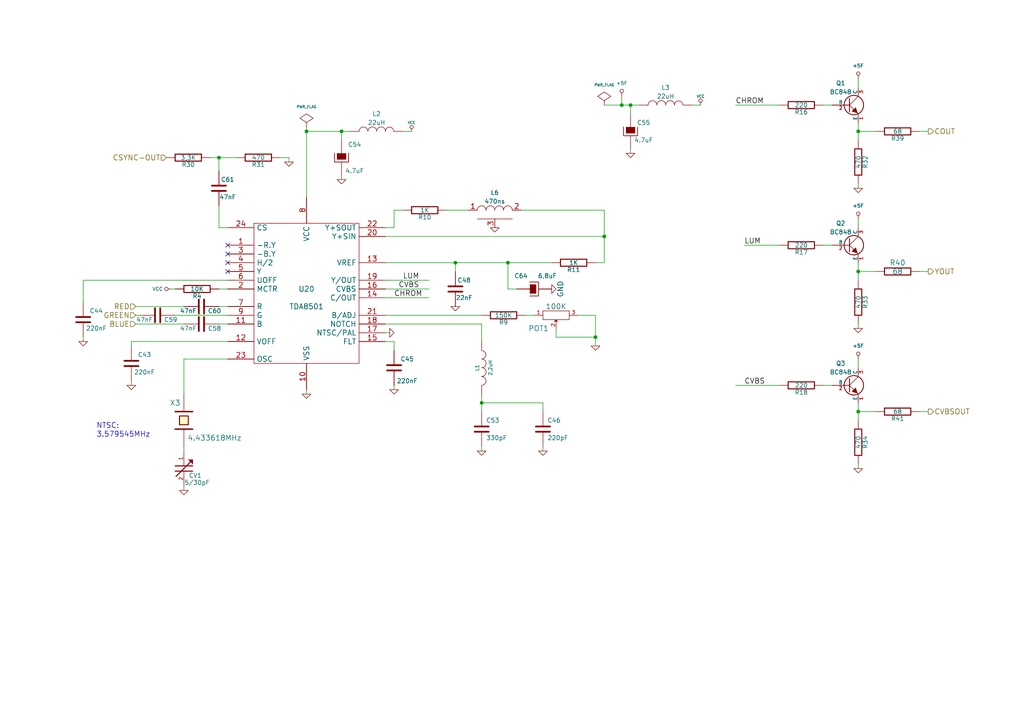
<source format=kicad_sch>
(kicad_sch (version 20200310) (host eeschema "(5.99.0-1545-g9916f24fa)")
  (page "A4")
  (title_block (title "Video") (date "Sun 22 Mar 2015") (rev "2.0B") (company "Kicad EDA"))
  (lib_symbols
    (symbol "video_schlib:+5F" (power) (pin_names (offset 0))
      (property "Value" "+5F" (at 0 2.54 0))
      (symbol "+5F_0_1"
        (circle (center 0 1.524) (radius 0.508))
        (polyline (pts (xy 0 0) (xy 0 1.016) (xy 0 1.016)))
      )
      (symbol "+5F_0_0"
        (pin power_in line (at 0 0 90) (length 0) (name "+5F") (number "1") hide)
      )
    )
    (symbol "video_schlib:C" (pin_numbers hide) (pin_names (offset 0.254))
      (property "Reference" "C" (at 0 2.54 0))
      (property "Value" "C" (at 0.1524 -2.159 0))
      (symbol "C_0_1"
        (polyline (pts (xy -2.032 -0.762) (xy 2.032 -0.762)) (stroke (width 0.508)))
        (polyline (pts (xy -2.032 0.762) (xy 2.032 0.762)) (stroke (width 0.508)))
      )
      (symbol "C_1_1"
        (pin passive line (at 0 5.08 270) (length 4.318) (name "~") (number "1"))
        (pin passive line (at 0 -5.08 90) (length 4.318) (name "~") (number "2"))
      )
    )
    (symbol "video_schlib:CP" (pin_numbers hide) (pin_names (offset 0.254) hide)
      (property "Reference" "C" (at 1.27 2.54 0))
      (property "Value" "CP" (at 1.27 -2.54 0))
      (symbol "CP_0_1"
        (polyline (pts (xy -2.032 1.27) (xy -2.032 -1.27) (xy 2.032 -1.27) (xy 2.032 1.27)) (stroke (width 0.2032)))
        (polyline (pts (xy -1.27 1.27) (xy -1.27 -0.508) (xy 1.27 -0.508) (xy 1.27 1.27)) (fill (type outline)))
      )
      (symbol "CP_1_1"
        (pin passive line (at 0 5.08 270) (length 3.81) (name "~") (number "1"))
        (pin passive line (at 0 -5.08 90) (length 3.81) (name "~") (number "2"))
      )
    )
    (symbol "video_schlib:CRYSTAL" (pin_numbers hide) (pin_names hide)
      (property "Reference" "X" (at 0 3.81 0))
      (property "Value" "CRYSTAL" (at 0 -3.81 0))
      (symbol "CRYSTAL_0_1"
        (polyline (pts (xy -2.54 2.54) (xy -2.54 -2.54)) (stroke (width 0.4064)))
        (polyline (pts (xy 2.54 2.54) (xy 2.54 -2.54)) (stroke (width 0.4064)))
        (polyline (pts (xy -1.27 1.27) (xy 1.27 1.27) (xy 1.27 -1.27) (xy -1.27 -1.27) (xy -1.27 1.27)) (stroke (width 0.3048)) (fill (type background)))
      )
      (symbol "CRYSTAL_1_1"
        (pin passive line (at -7.62 0 0) (length 5.08) (name "1") (number "1"))
        (pin passive line (at 7.62 0 180) (length 5.08) (name "2") (number "2"))
      )
    )
    (symbol "video_schlib:CTRIM" (pin_names (offset 0.254))
      (property "Reference" "C" (at 3.302 -2.032 0))
      (property "Value" "CTRIM" (at 3.81 -4.064 0))
      (symbol "CTRIM_0_1"
        (polyline (pts (xy -2.54 -0.762) (xy 2.54 -0.762)) (stroke (width 0.3048)))
        (polyline (pts (xy -2.54 0.762) (xy 2.54 0.762)) (stroke (width 0.3048)))
        (polyline (pts (xy -2.286 -2.286) (xy 1.905 1.905)) (stroke (width 0.3048)))
        (polyline (pts (xy 1.27 2.54) (xy 2.54 2.54) (xy 2.54 1.27)) (fill (type outline)))
      )
      (symbol "CTRIM_1_1"
        (pin passive line (at 0 5.08 270) (length 4.318) (name "~") (number "1"))
        (pin passive line (at 0 -5.08 90) (length 4.318) (name "~") (number "2"))
      )
    )
    (symbol "video_schlib:GND" (power) (pin_names (offset 0))
      (symbol "GND_0_1"
        (polyline (pts (xy -1.27 0) (xy 0 -1.27) (xy 1.27 0) (xy -1.27 0)))
      )
      (symbol "GND_1_1"
        (pin power_in line (at 0 0 90) (length 0) (name "GND") (number "1") hide)
      )
    )
    (symbol "video_schlib:INDUCTOR" (pin_numbers hide) (pin_names hide)
      (property "Reference" "L" (at -1.27 0 90))
      (property "Value" "INDUCTOR" (at 2.54 0 90))
      (symbol "INDUCTOR_0_1"
        (arc (start 0.0254 -5.0546) (end 0.0254 -2.54) (radius (at 0 -3.81) (length 1.27) (angles -88.9 88.9)))
        (arc (start 0.0254 -2.5146) (end 0.0254 0.0508) (radius (at 0 -1.2446) (length 1.2954) (angles -88.9 88.9)))
        (arc (start 0.0254 0.0254) (end 0.0254 2.5908) (radius (at 0 1.2954) (length 1.2954) (angles -88.9 88.9)))
        (arc (start 0.0254 2.5654) (end 0.0254 4.9784) (radius (at 0 3.7592) (length 1.2192) (angles -88.9 88.9)))
      )
      (symbol "INDUCTOR_1_1"
        (pin passive line (at 0 7.62 270) (length 2.54) (name "1") (number "1"))
        (pin passive line (at 0 -7.62 90) (length 2.54) (name "2") (number "2"))
      )
    )
    (symbol "video_schlib:LIGNE_A_RETARD" (pin_names hide)
      (property "Reference" "L" (at 0 2.54 0))
      (property "Value" "LIGNE_A_RETARD" (at 0 -2.54 0))
      (symbol "LIGNE_A_RETARD_0_1"
        (arc (start 0 -2.54) (end 1.27 -3.81) (radius (at 0 -3.81) (length 1.27) (angles 89.9 0.1)))
        (arc (start 1.27 -3.81) (end 0 -5.0546) (radius (at 0 -3.81) (length 1.27) (angles -0.1 -89.9)))
        (arc (start 0 0) (end 1.27 -1.27) (radius (at 0 -1.27) (length 1.27) (angles 89.9 0.1)))
        (arc (start 1.27 -1.27) (end 0 -2.5146) (radius (at 0 -1.27) (length 1.27) (angles -0.1 -89.9)))
        (arc (start 0 2.54) (end 1.27 1.27) (radius (at 0 1.27) (length 1.27) (angles 89.9 0.1)))
        (arc (start 1.27 1.27) (end 0 0.0254) (radius (at 0 1.27) (length 1.27) (angles -0.1 -89.9)))
        (arc (start 0 5.08) (end 1.27 3.81) (radius (at 0 3.81) (length 1.27) (angles 89.9 0.1)))
        (arc (start 1.27 3.81) (end 0 2.5654) (radius (at 0 3.81) (length 1.27) (angles -0.1 -89.9)))
        (polyline (pts (xy -2.54 5.08) (xy -2.54 -5.08)))
      )
      (symbol "LIGNE_A_RETARD_1_1"
        (pin passive line (at 0 7.62 270) (length 2.54) (name "1") (number "1"))
        (pin passive line (at 0 -7.62 90) (length 2.54) (name "2") (number "2"))
        (pin input line (at -5.08 0 0) (length 2.54) (name "COMMUN") (number "3"))
      )
    )
    (symbol "video_schlib:NPN" (pin_names (offset 0))
      (property "Reference" "Q" (at 0 -3.81 0))
      (property "Value" "NPN" (at 0 3.81 0))
      (symbol "NPN_0_1"
        (circle (center 1.27 0) (radius 2.8194) (stroke (width 0.254)))
        (polyline (pts (xy 0 0) (xy 2.54 2.54)))
        (polyline (pts (xy 0 1.905) (xy 0 -1.905) (xy 0 -1.905)) (stroke (width 0.254)))
        (polyline (pts (xy 1.27 -1.27) (xy 0 0) (xy 0 0)))
        (polyline (pts (xy 2.286 -2.286) (xy 2.54 -2.54) (xy 2.54 -2.54)))
        (polyline (pts (xy 2.286 -2.286) (xy 1.778 -0.762) (xy 0.762 -1.778) (xy 2.286 -2.286) (xy 2.286 -2.286)) (fill (type outline)))
      )
      (symbol "NPN_1_1"
        (pin passive line (at 2.54 -5.08 90) (length 2.54) (name "E") (number "1"))
        (pin input line (at -5.08 0 0) (length 5.08) (name "B") (number "2"))
        (pin passive line (at 2.54 5.08 270) (length 2.54) (name "C") (number "3"))
      )
    )
    (symbol "video_schlib:POT" (pin_names hide)
      (property "Reference" "RV" (at 0 -2.54 0))
      (property "Value" "POT" (at 0 0 0))
      (symbol "POT_0_1"
        (rectangle (start -3.81 1.27) (end 3.81 -1.27))
        (polyline (pts (xy 0 1.27) (xy -0.508 1.778) (xy 0.508 1.778)) (fill (type outline)))
      )
      (symbol "POT_1_1"
        (pin passive line (at -6.35 0 0) (length 2.54) (name "1") (number "1"))
        (pin passive line (at 0 3.81 270) (length 2.032) (name "2") (number "2"))
        (pin passive line (at 6.35 0 180) (length 2.54) (name "3") (number "3"))
      )
    )
    (symbol "video_schlib:PWR_FLAG" (power) (pin_numbers hide) (pin_names (offset 0) hide)
      (property "Value" "PWR_FLAG" (at 0 4.572 0))
      (symbol "PWR_FLAG_0_1"
        (polyline (pts (xy 0 0) (xy 0 1.27) (xy -1.905 2.54) (xy 0 3.81) (xy 1.905 2.54) (xy 0 1.27)))
      )
      (symbol "PWR_FLAG_0_0"
        (pin power_out line (at 0 0 90) (length 0) (name "pwr") (number "1"))
      )
    )
    (symbol "video_schlib:R" (pin_numbers hide) (pin_names (offset 0))
      (property "Reference" "R" (at 2.032 0 90))
      (property "Value" "R" (at 0.1778 0.0254 90))
      (symbol "R_0_1"
        (rectangle (start -1.016 3.81) (end 1.016 -3.81) (stroke (width 0.3048)))
      )
      (symbol "R_1_1"
        (pin passive line (at 0 6.35 270) (length 2.54) (name "~") (number "1"))
        (pin passive line (at 0 -6.35 90) (length 2.54) (name "~") (number "2"))
      )
    )
    (symbol "video_schlib:TDA8501" (pin_names (offset 0.762))
      (property "Reference" "U" (at 8.89 24.13 0))
      (property "Value" "TDA8501" (at 8.89 -21.59 0))
      (symbol "TDA8501_0_1"
        (rectangle (start -15.24 21.59) (end 15.24 -19.05))
      )
      (symbol "TDA8501_1_1"
        (pin input line (at -22.86 15.24 0) (length 7.62) (name "-R.Y") (number "1"))
        (pin input line (at 0 -26.67 90) (length 7.62) (name "VSS") (number "10"))
        (pin input line (at -22.86 -7.62 0) (length 7.62) (name "B") (number "11"))
        (pin output line (at -22.86 -12.7 0) (length 7.62) (name "VOFF") (number "12"))
        (pin output line (at 22.86 10.16 180) (length 7.62) (name "VREF") (number "13"))
        (pin output line (at 22.86 0 180) (length 7.62) (name "C/OUT") (number "14"))
        (pin passive line (at 22.86 -12.7 180) (length 7.62) (name "FLT") (number "15"))
        (pin output line (at 22.86 2.54 180) (length 7.62) (name "CVBS") (number "16"))
        (pin input line (at 22.86 -10.16 180) (length 7.62) (name "NTSC/PAL") (number "17"))
        (pin input line (at 22.86 -7.62 180) (length 7.62) (name "NOTCH") (number "18"))
        (pin output line (at 22.86 5.08 180) (length 7.62) (name "Y/OUT") (number "19"))
        (pin input line (at -22.86 2.54 0) (length 7.62) (name "MCTR") (number "2"))
        (pin input line (at 22.86 17.78 180) (length 7.62) (name "Y+SIN") (number "20"))
        (pin passive line (at 22.86 -5.08 180) (length 7.62) (name "B/ADJ") (number "21"))
        (pin output line (at 22.86 20.32 180) (length 7.62) (name "Y+SOUT") (number "22"))
        (pin output line (at -22.86 -17.78 0) (length 7.62) (name "OSC") (number "23"))
        (pin input line (at -22.86 20.32 0) (length 7.62) (name "CS") (number "24"))
        (pin input line (at -22.86 12.7 0) (length 7.62) (name "-B.Y") (number "3"))
        (pin bidirectional line (at -22.86 10.16 0) (length 7.62) (name "H/2") (number "4"))
        (pin input line (at -22.86 7.62 0) (length 7.62) (name "Y") (number "5"))
        (pin output line (at -22.86 5.08 0) (length 7.62) (name "UOFF") (number "6"))
        (pin input line (at -22.86 -2.54 0) (length 7.62) (name "R") (number "7"))
        (pin input line (at 0 29.21 270) (length 7.62) (name "VCC") (number "8"))
        (pin input line (at -22.86 -5.08 0) (length 7.62) (name "G") (number "9"))
      )
    )
    (symbol "video_schlib:VCC" (power) (pin_names (offset 0))
      (property "Value" "VCC" (at 0 2.54 0))
      (symbol "VCC_0_1"
        (circle (center 0 1.27) (radius 0.508))
        (polyline (pts (xy 0 0) (xy 0 0.762) (xy 0 0.762)))
      )
      (symbol "VCC_0_0"
        (pin power_in line (at 0 0 90) (length 0) (name "VCC") (number "1") hide)
      )
    )
  )
  (junction (at 147.32 76.2))
  (junction (at 248.92 38.1))
  (junction (at 139.7 116.84))
  (junction (at 248.92 78.74))
  (junction (at 88.9 38.1))
  (junction (at 180.34 30.48))
  (junction (at 132.08 76.2))
  (junction (at 182.88 30.48))
  (junction (at 175.26 68.58))
  (junction (at 248.92 119.38))
  (junction (at 63.5 45.72))
  (junction (at 172.72 97.79))
  (junction (at 99.06 38.1))
  (no_connect (at 66.04 78.74))
  (no_connect (at 66.04 73.66))
  (no_connect (at 66.04 76.2))
  (no_connect (at 66.04 71.12))
  (wire (pts (xy 24.13 81.28) (xy 24.13 87.63)))
  (wire (pts (xy 24.13 99.06) (xy 24.13 97.79)))
  (wire (pts (xy 38.1 99.06) (xy 66.04 99.06)))
  (wire (pts (xy 38.1 100.33) (xy 38.1 99.06)))
  (wire (pts (xy 38.1 111.76) (xy 38.1 110.49)))
  (wire (pts (xy 40.64 91.44) (xy 39.37 91.44)))
  (wire (pts (xy 49.53 83.82) (xy 50.8 83.82)))
  (wire (pts (xy 53.34 88.9) (xy 39.37 88.9)))
  (wire (pts (xy 53.34 93.98) (xy 39.37 93.98)))
  (wire (pts (xy 53.34 104.14) (xy 53.34 114.3)))
  (wire (pts (xy 53.34 130.81) (xy 53.34 129.54)))
  (wire (pts (xy 53.34 142.24) (xy 53.34 140.97)))
  (wire (pts (xy 60.96 45.72) (xy 63.5 45.72)))
  (wire (pts (xy 63.5 45.72) (xy 63.5 49.53)))
  (wire (pts (xy 63.5 45.72) (xy 68.58 45.72)))
  (wire (pts (xy 63.5 59.69) (xy 63.5 66.04)))
  (wire (pts (xy 63.5 66.04) (xy 66.04 66.04)))
  (wire (pts (xy 63.5 83.82) (xy 66.04 83.82)))
  (wire (pts (xy 66.04 81.28) (xy 24.13 81.28)))
  (wire (pts (xy 66.04 88.9) (xy 63.5 88.9)))
  (wire (pts (xy 66.04 91.44) (xy 50.8 91.44)))
  (wire (pts (xy 66.04 93.98) (xy 63.5 93.98)))
  (wire (pts (xy 66.04 104.14) (xy 53.34 104.14)))
  (wire (pts (xy 83.82 45.72) (xy 81.28 45.72)))
  (wire (pts (xy 83.82 46.99) (xy 83.82 45.72)))
  (wire (pts (xy 88.9 36.83) (xy 88.9 38.1)))
  (wire (pts (xy 88.9 38.1) (xy 88.9 57.15)))
  (wire (pts (xy 88.9 38.1) (xy 99.06 38.1)))
  (wire (pts (xy 88.9 114.3) (xy 88.9 113.03)))
  (wire (pts (xy 99.06 38.1) (xy 99.06 40.64)))
  (wire (pts (xy 99.06 38.1) (xy 101.6 38.1)))
  (wire (pts (xy 99.06 52.07) (xy 99.06 50.8)))
  (wire (pts (xy 111.76 68.58) (xy 175.26 68.58)))
  (wire (pts (xy 111.76 76.2) (xy 132.08 76.2)))
  (wire (pts (xy 111.76 81.28) (xy 124.46 81.28)))
  (wire (pts (xy 111.76 83.82) (xy 124.46 83.82)))
  (wire (pts (xy 111.76 86.36) (xy 124.46 86.36)))
  (wire (pts (xy 111.76 91.44) (xy 139.7 91.44)))
  (wire (pts (xy 111.76 93.98) (xy 139.7 93.98)))
  (wire (pts (xy 111.76 99.06) (xy 114.3 99.06)))
  (wire (pts (xy 113.03 96.52) (xy 111.76 96.52)))
  (wire (pts (xy 114.3 60.96) (xy 114.3 66.04)))
  (wire (pts (xy 114.3 66.04) (xy 111.76 66.04)))
  (wire (pts (xy 114.3 99.06) (xy 114.3 101.6)))
  (wire (pts (xy 114.3 113.03) (xy 114.3 111.76)))
  (wire (pts (xy 116.84 38.1) (xy 119.38 38.1)))
  (wire (pts (xy 116.84 60.96) (xy 114.3 60.96)))
  (wire (pts (xy 129.54 60.96) (xy 135.89 60.96)))
  (wire (pts (xy 132.08 76.2) (xy 132.08 78.74)))
  (wire (pts (xy 132.08 76.2) (xy 147.32 76.2)))
  (wire (pts (xy 139.7 93.98) (xy 139.7 99.06)))
  (wire (pts (xy 139.7 114.3) (xy 139.7 116.84)))
  (wire (pts (xy 139.7 116.84) (xy 139.7 119.38)))
  (wire (pts (xy 139.7 130.81) (xy 139.7 129.54)))
  (wire (pts (xy 147.32 76.2) (xy 147.32 83.82)))
  (wire (pts (xy 147.32 76.2) (xy 160.02 76.2)))
  (wire (pts (xy 147.32 83.82) (xy 149.86 83.82)))
  (wire (pts (xy 151.13 60.96) (xy 175.26 60.96)))
  (wire (pts (xy 152.4 91.44) (xy 154.94 91.44)))
  (wire (pts (xy 157.48 116.84) (xy 139.7 116.84)))
  (wire (pts (xy 157.48 119.38) (xy 157.48 116.84)))
  (wire (pts (xy 157.48 129.54) (xy 157.48 130.81)))
  (wire (pts (xy 161.29 95.25) (xy 161.29 97.79)))
  (wire (pts (xy 161.29 97.79) (xy 172.72 97.79)))
  (wire (pts (xy 172.72 91.44) (xy 167.64 91.44)))
  (wire (pts (xy 172.72 97.79) (xy 172.72 91.44)))
  (wire (pts (xy 172.72 100.33) (xy 172.72 97.79)))
  (wire (pts (xy 175.26 30.48) (xy 180.34 30.48)))
  (wire (pts (xy 175.26 60.96) (xy 175.26 68.58)))
  (wire (pts (xy 175.26 68.58) (xy 175.26 76.2)))
  (wire (pts (xy 175.26 76.2) (xy 172.72 76.2)))
  (wire (pts (xy 180.34 30.48) (xy 180.34 27.94)))
  (wire (pts (xy 180.34 30.48) (xy 182.88 30.48)))
  (wire (pts (xy 182.88 30.48) (xy 182.88 33.02)))
  (wire (pts (xy 182.88 30.48) (xy 185.42 30.48)))
  (wire (pts (xy 182.88 44.45) (xy 182.88 43.18)))
  (wire (pts (xy 200.66 30.48) (xy 203.2 30.48)))
  (wire (pts (xy 213.36 30.48) (xy 226.06 30.48)))
  (wire (pts (xy 213.36 111.76) (xy 226.06 111.76)))
  (wire (pts (xy 215.9 71.12) (xy 226.06 71.12)))
  (wire (pts (xy 238.76 30.48) (xy 241.3 30.48)))
  (wire (pts (xy 238.76 71.12) (xy 241.3 71.12)))
  (wire (pts (xy 238.76 111.76) (xy 241.3 111.76)))
  (wire (pts (xy 248.92 22.86) (xy 248.92 25.4)))
  (wire (pts (xy 248.92 35.56) (xy 248.92 38.1)))
  (wire (pts (xy 248.92 38.1) (xy 248.92 40.64)))
  (wire (pts (xy 248.92 38.1) (xy 254 38.1)))
  (wire (pts (xy 248.92 54.61) (xy 248.92 53.34)))
  (wire (pts (xy 248.92 63.5) (xy 248.92 66.04)))
  (wire (pts (xy 248.92 76.2) (xy 248.92 78.74)))
  (wire (pts (xy 248.92 78.74) (xy 248.92 81.28)))
  (wire (pts (xy 248.92 78.74) (xy 254 78.74)))
  (wire (pts (xy 248.92 95.25) (xy 248.92 93.98)))
  (wire (pts (xy 248.92 104.14) (xy 248.92 106.68)))
  (wire (pts (xy 248.92 116.84) (xy 248.92 119.38)))
  (wire (pts (xy 248.92 119.38) (xy 248.92 121.92)))
  (wire (pts (xy 248.92 119.38) (xy 254 119.38)))
  (wire (pts (xy 248.92 135.89) (xy 248.92 134.62)))
  (wire (pts (xy 266.7 78.74) (xy 269.24 78.74)))
  (wire (pts (xy 266.7 119.38) (xy 269.24 119.38)))
  (wire (pts (xy 269.24 38.1) (xy 266.7 38.1)))
  (text "NTSC:" (at 27.94 124.46 0) (effects (font (size 1.524 1.524)) (justify left bottom)))
  (text "3.579545MHz" (at 27.94 127 0) (effects (font (size 1.524 1.524)) (justify left bottom)))
  (label "CHROM" (at 114.3 86.36 0) (effects (font (size 1.524 1.524))))
  (label "CVBS" (at 115.57 83.82 0) (effects (font (size 1.524 1.524))))
  (label "LUM" (at 116.84 81.28 0) (effects (font (size 1.524 1.524))))
  (label "CHROM" (at 213.36 30.48 0) (effects (font (size 1.524 1.524))))
  (label "LUM" (at 215.9 71.12 0) (effects (font (size 1.524 1.524))))
  (label "CVBS" (at 215.9 111.76 0) (effects (font (size 1.524 1.524))))
  (hierarchical_label "RED" (shape input) (at 39.37 88.9 180) (effects (font (size 1.524 1.524))))
  (hierarchical_label "GREEN" (shape input) (at 39.37 91.44 180) (effects (font (size 1.524 1.524))))
  (hierarchical_label "BLUE" (shape input) (at 39.37 93.98 180) (effects (font (size 1.524 1.524))))
  (hierarchical_label "CSYNC-OUT" (shape input) (at 48.26 45.72 180) (effects (font (size 1.524 1.524))))
  (hierarchical_label "COUT" (shape output) (at 269.24 38.1 0) (effects (font (size 1.524 1.524))))
  (hierarchical_label "YOUT" (shape output) (at 269.24 78.74 0) (effects (font (size 1.524 1.524))))
  (hierarchical_label "CVBSOUT" (shape output) (at 269.24 119.38 0) (effects (font (size 1.524 1.524))))
  (symbol (lib_id "video_schlib:VCC") (at 49.53 83.82 90) (unit 1)
    (property "Reference" "#PWR011" (effects hide))
    (property "Value" "VCC" (at 45.72 83.82 90) (effects (font (size 1.016 1.016))))
  )
  (symbol (lib_id "video_schlib:VCC") (at 119.38 38.1 0) (unit 1)
    (property "Reference" "#VCC028" (effects hide))
    (property "Value" "VCC" (at 119.38 35.56 0) (effects (font (size 0.762 0.762))))
  )
  (symbol (lib_id "video_schlib:VCC") (at 203.2 30.48 0) (unit 1)
    (property "Reference" "#VCC033" (effects hide))
    (property "Value" "VCC" (at 203.2 27.94 0) (effects (font (size 0.762 0.762))))
  )
  (symbol (lib_id "video_schlib:+5F") (at 180.34 27.94 0) (unit 1)
    (property "Reference" "#+030" (effects hide))
    (property "Value" "+5F" (at 180.34 24.13 0) (effects (font (size 1.016 1.016))))
  )
  (symbol (lib_id "video_schlib:+5F") (at 248.92 22.86 0) (unit 1)
    (property "Reference" "#+029" (effects hide))
    (property "Value" "+5F" (at 248.92 19.05 0) (effects (font (size 1.016 1.016))))
  )
  (symbol (lib_id "video_schlib:+5F") (at 248.92 63.5 0) (unit 1)
    (property "Reference" "#+031" (effects hide))
    (property "Value" "+5F" (at 248.92 59.69 0) (effects (font (size 1.016 1.016))))
  )
  (symbol (lib_id "video_schlib:+5F") (at 248.92 104.14 0) (unit 1)
    (property "Reference" "#+032" (effects hide))
    (property "Value" "+5F" (at 248.92 100.33 0) (effects (font (size 1.016 1.016))))
  )
  (symbol (lib_id "video_schlib:GND") (at 24.13 99.06 0) (unit 1)
    (property "Reference" "#GND015" (effects hide))
    (property "Value" "GND" (effects hide))
  )
  (symbol (lib_id "video_schlib:GND") (at 38.1 111.76 0) (unit 1)
    (property "Reference" "#GND014" (effects hide))
    (property "Value" "GND" (effects hide))
  )
  (symbol (lib_id "video_schlib:GND") (at 53.34 142.24 0) (unit 1)
    (property "Reference" "#GND016" (effects hide))
    (property "Value" "GND" (effects hide))
  )
  (symbol (lib_id "video_schlib:GND") (at 83.82 46.99 0) (unit 1)
    (property "Reference" "#GND020" (effects hide))
    (property "Value" "GND" (effects hide))
  )
  (symbol (lib_id "video_schlib:GND") (at 88.9 114.3 0) (unit 1)
    (property "Reference" "#GND012" (effects hide))
    (property "Value" "GND" (effects hide))
  )
  (symbol (lib_id "video_schlib:GND") (at 99.06 52.07 0) (unit 1)
    (property "Reference" "#GND013" (effects hide))
    (property "Value" "GND" (effects hide))
  )
  (symbol (lib_id "video_schlib:GND") (at 113.03 96.52 90) (unit 1)
    (property "Reference" "#PWR010" (effects hide))
    (property "Value" "GND" (effects hide))
  )
  (symbol (lib_id "video_schlib:GND") (at 114.3 113.03 0) (unit 1)
    (property "Reference" "#GND019" (effects hide))
    (property "Value" "GND" (effects hide))
  )
  (symbol (lib_id "video_schlib:GND") (at 132.08 88.9 0) (unit 1)
    (property "Reference" "#GND018" (effects hide))
    (property "Value" "GND" (effects hide))
  )
  (symbol (lib_id "video_schlib:GND") (at 139.7 130.81 0) (unit 1)
    (property "Reference" "#GND021" (effects hide))
    (property "Value" "GND" (effects hide))
  )
  (symbol (lib_id "video_schlib:GND") (at 143.51 66.04 0) (unit 1)
    (property "Reference" "#PWR09" (effects hide))
    (property "Value" "GND" (effects hide))
  )
  (symbol (lib_id "video_schlib:GND") (at 157.48 130.81 0) (unit 1)
    (property "Reference" "#GND022" (effects hide))
    (property "Value" "GND" (effects hide))
  )
  (symbol (lib_id "video_schlib:GND") (at 160.02 83.82 90) (unit 1)
    (property "Reference" "#GND017" (effects hide))
    (property "Value" "GND" (at 162.56 83.82 0) (effects (font (size 1.524 1.524))))
  )
  (symbol (lib_id "video_schlib:GND") (at 172.72 100.33 0) (unit 1)
    (property "Reference" "#GND027" (effects hide))
    (property "Value" "GND" (effects hide))
  )
  (symbol (lib_id "video_schlib:GND") (at 182.88 44.45 0) (unit 1)
    (property "Reference" "#GND024" (effects hide))
    (property "Value" "GND" (effects hide))
  )
  (symbol (lib_id "video_schlib:GND") (at 248.92 54.61 0) (unit 1)
    (property "Reference" "#GND023" (effects hide))
    (property "Value" "GND" (effects hide))
  )
  (symbol (lib_id "video_schlib:GND") (at 248.92 95.25 0) (unit 1)
    (property "Reference" "#GND025" (effects hide))
    (property "Value" "GND" (effects hide))
  )
  (symbol (lib_id "video_schlib:GND") (at 248.92 135.89 0) (unit 1)
    (property "Reference" "#GND026" (effects hide))
    (property "Value" "GND" (effects hide))
  )
  (symbol (lib_id "video_schlib:PWR_FLAG") (at 88.9 36.83 0) (unit 1)
    (property "Reference" "#FLG07" (effects hide))
    (property "Value" "PWR_FLAG" (at 88.9 30.988 0) (effects (font (size 0.762 0.762))))
  )
  (symbol (lib_id "video_schlib:PWR_FLAG") (at 175.26 30.48 0) (unit 1)
    (property "Reference" "#FLG08" (effects hide))
    (property "Value" "PWR_FLAG" (at 175.26 24.638 0) (effects (font (size 0.762 0.762))))
  )
  (symbol (lib_id "video_schlib:INDUCTOR") (at 109.22 38.1 270) (mirror x) (unit 1)
    (property "Reference" "L2" (at 109.22 33.02 90))
    (property "Value" "22uH" (at 109.22 35.56 90))
    (property "Footprint" "Resistor_SMD:R_1812_4532Metric_Pad1.24x3.50mm_HandSolder" (effects hide))
  )
  (symbol (lib_id "video_schlib:INDUCTOR") (at 139.7 106.68 0) (unit 1)
    (property "Reference" "L1" (at 138.43 106.68 90) (effects (font (size 1.016 1.016))))
    (property "Value" "2,2uH" (at 142.24 106.68 90) (effects (font (size 1.016 1.016))))
    (property "Footprint" "Resistor_SMD:R_1812_4532Metric_Pad1.24x3.50mm_HandSolder" (effects hide))
  )
  (symbol (lib_id "video_schlib:INDUCTOR") (at 193.04 30.48 270) (mirror x) (unit 1)
    (property "Reference" "L3" (at 193.04 25.4 90))
    (property "Value" "22uH" (at 193.04 27.94 90))
    (property "Footprint" "Resistor_SMD:R_1812_4532Metric_Pad1.24x3.50mm_HandSolder" (effects hide))
  )
  (symbol (lib_id "video_schlib:R") (at 54.61 45.72 270) (unit 1)
    (property "Reference" "R30" (at 54.61 47.752 90))
    (property "Value" "3,3K" (at 54.61 45.72 90))
    (property "Footprint" "Resistor_SMD:R_1206_3216Metric_Pad1.24x1.80mm_HandSolder" (effects hide))
  )
  (symbol (lib_id "video_schlib:R") (at 57.15 83.82 270) (unit 1)
    (property "Reference" "R4" (at 57.15 85.852 90))
    (property "Value" "10K" (at 57.15 83.82 90))
    (property "Footprint" "Resistor_SMD:R_1206_3216Metric_Pad1.24x1.80mm_HandSolder" (effects hide))
  )
  (symbol (lib_id "video_schlib:R") (at 74.93 45.72 270) (unit 1)
    (property "Reference" "R31" (at 74.93 47.752 90))
    (property "Value" "470" (at 74.93 45.72 90))
    (property "Footprint" "Resistor_SMD:R_1206_3216Metric_Pad1.24x1.80mm_HandSolder" (effects hide))
  )
  (symbol (lib_id "video_schlib:R") (at 123.19 60.96 270) (unit 1)
    (property "Reference" "R10" (at 123.19 62.992 90))
    (property "Value" "1K" (at 123.19 60.96 90))
    (property "Footprint" "Resistor_SMD:R_1206_3216Metric_Pad1.24x1.80mm_HandSolder" (effects hide))
  )
  (symbol (lib_id "video_schlib:R") (at 146.05 91.44 270) (unit 1)
    (property "Reference" "R9" (at 146.05 93.472 90))
    (property "Value" "150K" (at 146.05 91.44 90))
    (property "Footprint" "Resistor_SMD:R_1206_3216Metric_Pad1.24x1.80mm_HandSolder" (effects hide))
  )
  (symbol (lib_id "video_schlib:R") (at 166.37 76.2 270) (unit 1)
    (property "Reference" "R11" (at 166.37 78.232 90))
    (property "Value" "1K" (at 166.37 76.2 90))
    (property "Footprint" "Resistor_SMD:R_1206_3216Metric_Pad1.24x1.80mm_HandSolder" (effects hide))
  )
  (symbol (lib_id "video_schlib:R") (at 232.41 30.48 270) (unit 1)
    (property "Reference" "R16" (at 232.41 32.512 90))
    (property "Value" "220" (at 232.41 30.48 90))
    (property "Footprint" "Resistor_SMD:R_1206_3216Metric_Pad1.24x1.80mm_HandSolder" (effects hide))
  )
  (symbol (lib_id "video_schlib:R") (at 232.41 71.12 270) (unit 1)
    (property "Reference" "R17" (at 232.41 73.152 90))
    (property "Value" "220" (at 232.41 71.12 90))
    (property "Footprint" "Resistor_SMD:R_1206_3216Metric_Pad1.24x1.80mm_HandSolder" (effects hide))
  )
  (symbol (lib_id "video_schlib:R") (at 232.41 111.76 270) (unit 1)
    (property "Reference" "R18" (at 232.41 113.792 90))
    (property "Value" "220" (at 232.41 111.76 90))
    (property "Footprint" "Resistor_SMD:R_1206_3216Metric_Pad1.24x1.80mm_HandSolder" (effects hide))
  )
  (symbol (lib_id "video_schlib:R") (at 248.92 46.99 0) (unit 1)
    (property "Reference" "R32" (at 250.952 46.99 90))
    (property "Value" "470" (at 248.92 46.99 90))
    (property "Footprint" "Resistor_SMD:R_1206_3216Metric_Pad1.24x1.80mm_HandSolder" (effects hide))
  )
  (symbol (lib_id "video_schlib:R") (at 248.92 87.63 0) (unit 1)
    (property "Reference" "R33" (at 250.952 87.63 90))
    (property "Value" "470" (at 248.92 87.63 90))
    (property "Footprint" "Resistor_SMD:R_1206_3216Metric_Pad1.24x1.80mm_HandSolder" (effects hide))
  )
  (symbol (lib_id "video_schlib:R") (at 248.92 128.27 0) (unit 1)
    (property "Reference" "R34" (at 250.952 128.27 90))
    (property "Value" "470" (at 248.92 128.27 90))
    (property "Footprint" "Resistor_SMD:R_1206_3216Metric_Pad1.24x1.80mm_HandSolder" (effects hide))
  )
  (symbol (lib_id "video_schlib:R") (at 260.35 38.1 270) (unit 1)
    (property "Reference" "R39" (at 260.35 40.132 90))
    (property "Value" "68" (at 260.35 38.1 90))
    (property "Footprint" "Resistor_SMD:R_1206_3216Metric_Pad1.24x1.80mm_HandSolder" (effects hide))
  )
  (symbol (lib_id "video_schlib:R") (at 260.35 78.74 90) (unit 1)
    (property "Reference" "R40" (at 260.35 76.2 90) (effects (font (size 1.524 1.524))))
    (property "Value" "68" (at 260.35 78.74 90) (effects (font (size 1.524 1.524))))
    (property "Footprint" "Resistor_SMD:R_1206_3216Metric_Pad1.24x1.80mm_HandSolder" (effects hide))
  )
  (symbol (lib_id "video_schlib:R") (at 260.35 119.38 270) (unit 1)
    (property "Reference" "R41" (at 260.35 121.412 90))
    (property "Value" "68" (at 260.35 119.38 90))
    (property "Footprint" "Resistor_SMD:R_1206_3216Metric_Pad1.24x1.80mm_HandSolder" (effects hide))
  )
  (symbol (lib_id "video_schlib:CP") (at 99.06 45.72 0) (unit 1)
    (property "Reference" "C54" (at 102.87 41.91 0))
    (property "Value" "4.7uF" (at 102.87 49.53 0))
    (property "Footprint" "Resistor_SMD:R_1206_3216Metric_Pad1.24x1.80mm_HandSolder" (effects hide))
  )
  (symbol (lib_id "video_schlib:CP") (at 154.94 83.82 90) (unit 1)
    (property "Reference" "C64" (at 151.13 80.01 90))
    (property "Value" "6,8uF" (at 158.75 80.01 90))
    (property "Footprint" "Resistor_SMD:R_1210_3225Metric_Pad1.24x2.70mm_HandSolder" (effects hide))
  )
  (symbol (lib_id "video_schlib:CP") (at 182.88 38.1 0) (unit 1)
    (property "Reference" "C55" (at 186.69 35.56 0))
    (property "Value" "4.7uF" (at 186.69 40.64 0))
    (property "Footprint" "Resistor_SMD:R_1210_3225Metric_Pad1.24x2.70mm_HandSolder" (effects hide))
  )
  (symbol (lib_id "video_schlib:C") (at 24.13 92.71 0) (unit 1)
    (property "Reference" "C44" (at 27.94 90.17 0))
    (property "Value" "220nF" (at 27.94 95.25 0))
    (property "Footprint" "Resistor_SMD:R_1206_3216Metric_Pad1.24x1.80mm_HandSolder" (effects hide))
  )
  (symbol (lib_id "video_schlib:C") (at 38.1 105.41 0) (unit 1)
    (property "Reference" "C43" (at 41.91 102.87 0))
    (property "Value" "220nF" (at 41.91 107.95 0))
    (property "Footprint" "Resistor_SMD:R_1206_3216Metric_Pad1.24x1.80mm_HandSolder" (effects hide))
  )
  (symbol (lib_id "video_schlib:C") (at 45.72 91.44 270) (unit 1)
    (property "Reference" "C59" (at 49.53 92.71 90))
    (property "Value" "47nF" (at 41.91 92.71 90))
    (property "Footprint" "Resistor_SMD:R_1206_3216Metric_Pad1.24x1.80mm_HandSolder" (effects hide))
  )
  (symbol (lib_id "video_schlib:C") (at 58.42 88.9 270) (unit 1)
    (property "Reference" "C60" (at 62.23 90.17 90))
    (property "Value" "47nF" (at 54.61 90.17 90))
    (property "Footprint" "Resistor_SMD:R_1206_3216Metric_Pad1.24x1.80mm_HandSolder" (effects hide))
  )
  (symbol (lib_id "video_schlib:C") (at 58.42 93.98 270) (unit 1)
    (property "Reference" "C58" (at 62.23 95.25 90))
    (property "Value" "47nF" (at 54.61 95.25 90))
    (property "Footprint" "Resistor_SMD:R_1206_3216Metric_Pad1.24x1.80mm_HandSolder" (effects hide))
  )
  (symbol (lib_id "video_schlib:C") (at 63.5 54.61 0) (unit 1)
    (property "Reference" "C61" (at 66.04 52.07 0))
    (property "Value" "47nF" (at 66.04 57.15 0))
    (property "Footprint" "Resistor_SMD:R_1206_3216Metric_Pad1.24x1.80mm_HandSolder" (effects hide))
  )
  (symbol (lib_id "video_schlib:C") (at 114.3 106.68 0) (unit 1)
    (property "Reference" "C45" (at 118.11 104.14 0))
    (property "Value" "220nF" (at 118.11 110.49 0))
    (property "Footprint" "Resistor_SMD:R_1206_3216Metric_Pad1.24x1.80mm_HandSolder" (effects hide))
  )
  (symbol (lib_id "video_schlib:C") (at 132.08 83.82 180) (unit 1)
    (property "Reference" "C48" (at 134.62 81.28 0))
    (property "Value" "22nF" (at 134.62 86.36 0))
    (property "Footprint" "Resistor_SMD:R_1206_3216Metric_Pad1.24x1.80mm_HandSolder" (effects hide))
  )
  (symbol (lib_id "video_schlib:C") (at 139.7 124.46 0) (unit 1)
    (property "Reference" "C53" (at 140.97 121.92 0) (effects (justify left)))
    (property "Value" "330pF" (at 140.97 127 0) (effects (justify left)))
    (property "Footprint" "Resistor_SMD:R_1206_3216Metric_Pad1.24x1.80mm_HandSolder" (effects hide))
  )
  (symbol (lib_id "video_schlib:C") (at 157.48 124.46 0) (unit 1)
    (property "Reference" "C46" (at 158.75 121.92 0) (effects (justify left)))
    (property "Value" "220pF" (at 158.75 127 0) (effects (justify left)))
    (property "Footprint" "Resistor_SMD:R_1206_3216Metric_Pad1.24x1.80mm_HandSolder" (effects hide))
  )
  (symbol (lib_id "video_schlib:CTRIM") (at 53.34 135.89 0) (unit 1)
    (property "Reference" "CV1" (at 56.642 137.922 0))
    (property "Value" "5/30pF" (at 57.15 139.954 0))
    (property "Footprint" "Discret:CV3-30PF" (effects hide))
  )
  (symbol (lib_id "video_schlib:POT") (at 161.29 91.44 0) (mirror x) (unit 1)
    (property "Reference" "POT1" (at 156.21 95.25 0) (effects (font (size 1.524 1.524))))
    (property "Value" "100K" (at 161.29 88.9 0) (effects (font (size 1.524 1.524))))
    (property "Footprint" "lib_smd:POT_CMS" (effects hide))
  )
  (symbol (lib_id "video_schlib:CRYSTAL") (at 53.34 121.92 90) (unit 1)
    (property "Reference" "X3" (at 50.8 116.84 90) (effects (font (size 1.524 1.524))))
    (property "Value" "4.433618MHz" (at 62.23 127 90) (effects (font (size 1.524 1.524))))
    (property "Footprint" "Crystal:Crystal_HC18-U_Horizontal" (effects hide))
  )
  (symbol (lib_id "video_schlib:NPN") (at 246.38 30.48 0) (unit 1)
    (property "Reference" "Q1" (at 243.84 24.13 0))
    (property "Value" "BC848" (at 243.84 26.67 0))
    (property "Footprint" "lib_smd:SOT23EBC" (effects hide))
  )
  (symbol (lib_id "video_schlib:NPN") (at 246.38 71.12 0) (unit 1)
    (property "Reference" "Q2" (at 243.84 64.77 0))
    (property "Value" "BC848" (at 243.84 67.31 0))
    (property "Footprint" "lib_smd:SOT23EBC" (effects hide))
  )
  (symbol (lib_id "video_schlib:NPN") (at 246.38 111.76 0) (unit 1)
    (property "Reference" "Q3" (at 243.84 105.41 0))
    (property "Value" "BC848" (at 243.84 107.95 0))
    (property "Footprint" "lib_smd:SOT23EBC" (effects hide))
  )
  (symbol (lib_id "video_schlib:LIGNE_A_RETARD") (at 143.51 60.96 90) (unit 1)
    (property "Reference" "L6" (at 143.51 55.88 90))
    (property "Value" "470ns" (at 143.51 58.42 90))
    (property "Footprint" "footprints:LRTDK" (effects hide))
  )
  (symbol (lib_id "video_schlib:TDA8501") (at 88.9 86.36 0) (unit 1)
    (property "Reference" "U20" (at 88.9 83.82 0) (effects (font (size 1.524 1.524))))
    (property "Value" "TDA8501" (at 88.9 88.9 0) (effects (font (size 1.524 1.524))))
    (property "Footprint" "Package_SO:SOIC-24W_7.5x15.4mm_P1.27mm" (effects hide))
  )
)
</source>
